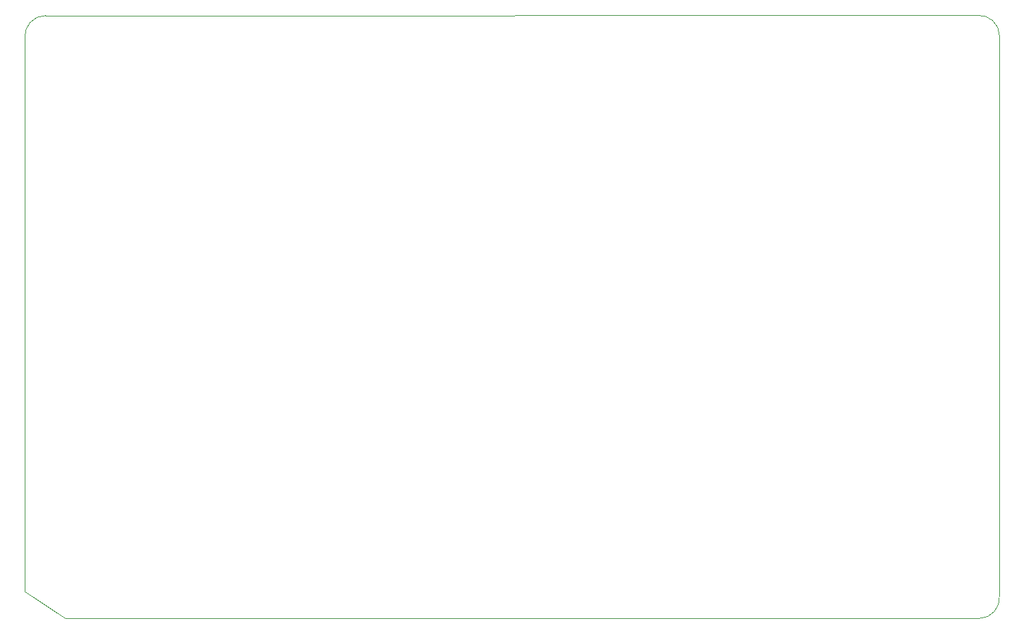
<source format=gbr>
%TF.GenerationSoftware,KiCad,Pcbnew,7.0.1*%
%TF.CreationDate,2023-11-20T00:05:28-03:00*%
%TF.ProjectId,data_logger,64617461-5f6c-46f6-9767-65722e6b6963,0*%
%TF.SameCoordinates,Original*%
%TF.FileFunction,Profile,NP*%
%FSLAX46Y46*%
G04 Gerber Fmt 4.6, Leading zero omitted, Abs format (unit mm)*
G04 Created by KiCad (PCBNEW 7.0.1) date 2023-11-20 00:05:28*
%MOMM*%
%LPD*%
G01*
G04 APERTURE LIST*
%TA.AperFunction,Profile*%
%ADD10C,0.100000*%
%TD*%
G04 APERTURE END LIST*
D10*
X83958003Y-64868666D02*
X83958000Y-133158000D01*
X204099999Y-133653330D02*
X204112668Y-64578000D01*
X86498001Y-62061939D02*
G75*
G03*
X83958004Y-64868666I99J-2552761D01*
G01*
X201560000Y-136460000D02*
X88898682Y-136460000D01*
X204112668Y-64578000D02*
G75*
G03*
X201306000Y-62038000I-2552668J0D01*
G01*
X86498001Y-62061998D02*
X201306000Y-62038000D01*
X83958000Y-133158000D02*
X88898682Y-136460000D01*
X201560000Y-136460063D02*
G75*
G03*
X204099998Y-133653330I-100J2552763D01*
G01*
M02*

</source>
